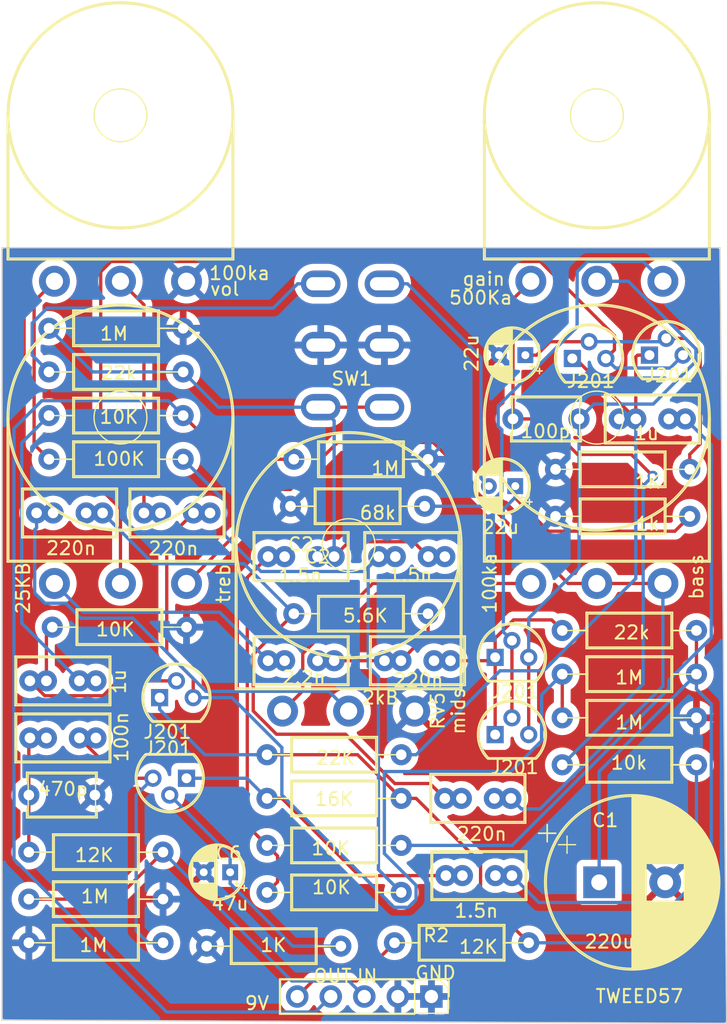
<source format=kicad_pcb>
(kicad_pcb (version 20221018) (generator pcbnew)
  (layers (0 "F.Cu" signal) (31 "B.Cu" signal) (34 "B.Paste" user) (35 "F.Paste" user) (36 "B.SilkS" user "B.Silkscreen") (37 "F.SilkS" user "F.Silkscreen") (38 "B.Mask" user) (39 "F.Mask" user) (44 "Edge.Cuts" user))
  (net 0 "")
  (net 1 "GND")
  (net 2 "VA")
  (net 3 "Net-(C2-Pad2)")
  (net 4 "Net-(C2-Pad1)")
  (net 5 "Net-(C3-Pad1)")
  (net 6 "Net-(C4-Pad1)")
  (net 7 "Net-(C5-Pad2)")
  (net 8 "Net-(C6-Pad1)")
  (net 9 "Net-(C7-Pad2)")
  (net 10 "Net-(C7-Pad1)")
  (net 11 "Net-(C8-Pad2)")
  (net 12 "Net-(C8-Pad1)")
  (net 13 "Net-(C9-Pad2)")
  (net 14 "Net-(C9-Pad1)")
  (net 15 "Net-(C10-Pad2)")
  (net 16 "Net-(C10-Pad1)")
  (net 17 "Net-(C11-Pad2)")
  (net 18 "Net-(C11-Pad1)")
  (net 19 "Net-(C12-Pad2)")
  (net 20 "Net-(C12-Pad1)")
  (net 21 "Net-(C13-Pad2)")
  (net 22 "Net-(C13-Pad1)")
  (net 23 "Net-(C14-Pad2)")
  (net 24 "Net-(C14-Pad1)")
  (net 25 "Net-(C15-Pad2)")
  (net 26 "Net-(C16-Pad1)")
  (net 27 "Net-(C17-Pad1)")
  (net 28 "Net-(Q5-Pad3)")
  (net 29 "IN")
  (net 30 "9v")
  (net 31 "Net-(R7-Pad2)")
  (net 32 "Net-(R11-Pad2)")
  (net 33 "OUT")
  (net 34 "Net-(R23-Pad1)")
  (net 35 "Net-(RV4-Pad3)")
  (footprint "Capacitor_THT:CP_Radial_D13.0mm_P5.00mm" (layer "F.Cu") (at 145.288 98.044)
    (fp_text reference "C1")
    (fp_text value "220u")
  )
  (footprint "Capacitor_THT:C_Rect_L7.0mm_W3.5mm_P2.50mm_P5.00mm" (layer "F.Cu") (at 125.222 73.406 180)
    (fp_text reference "C2")
    (fp_text value "1.5n")
  )
  (footprint "Capacitor_THT:C_Disc_D5.1mm_W3.2mm_P5.00mm" (layer "F.Cu") (at 102.108 91.44)
    (fp_text reference "C3" hide)
    (fp_text value "470p")
  )
  (footprint "Capacitor_THT:C_Rect_L7.0mm_W3.5mm_P2.50mm_P5.00mm" (layer "F.Cu") (at 107.188 87.122 180)
    (fp_text reference "C4" hide)
    (fp_text value "100n")
  )
  (footprint "Capacitor_THT:C_Rect_L7.0mm_W3.5mm_P2.50mm_P5.00mm" (layer "F.Cu") (at 133.604 73.406 180)
    (fp_text reference "C5" hide)
    (fp_text value "1.5n")
  )
  (footprint "Capacitor_THT:CP_Radial_D4.0mm_P2.00mm" (layer "F.Cu") (at 117.348 97.282 180)
    (fp_text reference "C6")
    (fp_text value "47u")
  )
  (footprint "Capacitor_THT:C_Rect_L7.0mm_W3.5mm_P2.50mm_P5.00mm" (layer "F.Cu") (at 138.684 97.536 180)
    (fp_text reference "C7" hide)
    (fp_text value "1.5n")
  )
  (footprint "Capacitor_THT:C_Disc_D5.1mm_W3.2mm_P5.00mm" (layer "F.Cu") (at 143.764 62.992 180)
    (fp_text reference "C8" hide)
    (fp_text value "100p")
  )
  (footprint "Capacitor_THT:C_Rect_L7.0mm_W3.5mm_P2.50mm_P5.00mm" (layer "F.Cu") (at 115.824 70.104 180)
    (fp_text reference "C9" hide)
    (fp_text value "220n")
  )
  (footprint "Capacitor_THT:C_Rect_L7.0mm_W3.5mm_P2.50mm_P5.00mm" (layer "F.Cu") (at 146.812 62.992)
    (fp_text reference "C10" hide)
    (fp_text value "1u")
  )
  (footprint "Capacitor_THT:CP_Radial_D4.0mm_P2.00mm" (layer "F.Cu") (at 138.938 68.072 180)
    (fp_text reference "C11" hide)
    (fp_text value "22u")
  )
  (footprint "Capacitor_THT:C_Rect_L7.0mm_W3.5mm_P2.50mm_P5.00mm" (layer "F.Cu") (at 129.032 81.28)
    (fp_text reference "C12" hide)
    (fp_text value "220n")
  )
  (footprint "Capacitor_THT:C_Rect_L7.0mm_W3.5mm_P2.50mm_P5.00mm" (layer "F.Cu") (at 107.188 82.804 180)
    (fp_text reference "C13" hide)
    (fp_text value "1u")
  )
  (footprint "Capacitor_THT:C_Rect_L7.0mm_W3.5mm_P2.50mm_P5.00mm" (layer "F.Cu") (at 107.696 70.104 180)
    (fp_text reference "C14" hide)
    (fp_text value "220n")
  )
  (footprint "Capacitor_THT:C_Rect_L7.0mm_W3.5mm_P2.50mm_P5.00mm" (layer "F.Cu") (at 133.604 91.694)
    (fp_text reference "C15" hide)
    (fp_text value "220n")
  )
  (footprint "Capacitor_THT:C_Rect_L7.0mm_W3.5mm_P2.50mm_P5.00mm" (layer "F.Cu") (at 120.222 81.28)
    (fp_text reference "C16" hide)
    (fp_text value "2.2n")
  )
  (footprint "Capacitor_THT:CP_Radial_D4.0mm_P2.00mm" (layer "F.Cu") (at 139.7 58.166 180)
    (fp_text reference "C17" hide)
    (fp_text value "22u")
  )
  (footprint "Package_TO_SOT_THT:TO-92" (layer "F.Cu") (at 114.046 90.17 180)
    (fp_text reference "Q1" hide)
    (fp_text value "J201")
  )
  (footprint "Package_TO_SOT_THT:TO-92" (layer "F.Cu") (at 137.414 81.026)
    (fp_text reference "Q2" hide)
    (fp_text value "J201")
  )
  (footprint "Package_TO_SOT_THT:TO-92" (layer "F.Cu") (at 112.014 84.074)
    (fp_text reference "Q3" hide)
    (fp_text value "J201")
  )
  (footprint "Package_TO_SOT_THT:TO-92" (layer "F.Cu") (at 137.414 86.868)
    (fp_text reference "Q4" hide)
    (fp_text value "J201")
  )
  (footprint "Package_TO_SOT_THT:TO-92" (layer "F.Cu") (at 143.256 58.42)
    (fp_text reference "Q5" hide)
    (fp_text value "J201")
  )
  (footprint "Package_TO_SOT_THT:TO-92" (layer "F.Cu") (at 149.098 58.166)
    (fp_text reference "Q6" hide)
    (fp_text value "J201")
  )
  (footprint "Resistor_THT:R_Axial_DIN0207_L6.3mm_D2.5mm_P10.16mm_Horizontal" (layer "F.Cu") (at 102.108 99.314)
    (fp_text reference "R1" hide)
    (fp_text value "1M")
  )
  (footprint "Resistor_THT:R_Axial_DIN0207_L6.3mm_D2.5mm_P10.16mm_Horizontal" (layer "F.Cu") (at 139.954 102.616 180)
    (fp_text reference "R2")
    (fp_text value "12K")
  )
  (footprint "Resistor_THT:R_Axial_DIN0207_L6.3mm_D2.5mm_P10.16mm_Horizontal" (layer "F.Cu") (at 102.108 95.758)
    (fp_text reference "R3" hide)
    (fp_text value "12K")
  )
  (footprint "Resistor_THT:R_Axial_DIN0207_L6.3mm_D2.5mm_P10.16mm_Horizontal" (layer "F.Cu") (at 120.142 98.806)
    (fp_text reference "R4" hide)
    (fp_text value "10K")
  )
  (footprint "Resistor_THT:R_Axial_DIN0207_L6.3mm_D2.5mm_P10.16mm_Horizontal" (layer "F.Cu") (at 103.632 56.134)
    (fp_text reference "R5" hide)
    (fp_text value "1M")
  )
  (footprint "Resistor_THT:R_Axial_DIN0207_L6.3mm_D2.5mm_P10.16mm_Horizontal" (layer "F.Cu") (at 112.268 102.616 180)
    (fp_text reference "R6" hide)
    (fp_text value "1M")
  )
  (footprint "Resistor_THT:R_Axial_DIN0207_L6.3mm_D2.5mm_P10.16mm_Horizontal" (layer "F.Cu") (at 113.792 66.04 180)
    (fp_text reference "R7" hide)
    (fp_text value "100K")
  )
  (footprint "Resistor_THT:R_Axial_DIN0207_L6.3mm_D2.5mm_P10.16mm_Horizontal" (layer "F.Cu") (at 120.142 91.694)
    (fp_text reference "R8" hide)
    (fp_text value "16K")
  )
  (footprint "Resistor_THT:R_Axial_DIN0207_L6.3mm_D2.5mm_P10.16mm_Horizontal" (layer "F.Cu") (at 115.57 102.87)
    (fp_text reference "R9" hide)
    (fp_text value "1K")
  )
  (footprint "Resistor_THT:R_Axial_DIN0207_L6.3mm_D2.5mm_P10.16mm_Horizontal" (layer "F.Cu") (at 142.494 89.154)
    (fp_text reference "R10" hide)
    (fp_text value "10k")
  )
  (footprint "Resistor_THT:R_Axial_DIN0207_L6.3mm_D2.5mm_P10.16mm_Horizontal" (layer "F.Cu") (at 121.92 69.596)
    (fp_text reference "R11" hide)
    (fp_text value "68k")
  )
  (footprint "Resistor_THT:R_Axial_DIN0207_L6.3mm_D2.5mm_P10.16mm_Horizontal" (layer "F.Cu") (at 120.142 95.25)
    (fp_text reference "R12" hide)
    (fp_text value "10K")
  )
  (footprint "Resistor_THT:R_Axial_DIN0207_L6.3mm_D2.5mm_P10.16mm_Horizontal" (layer "F.Cu") (at 152.654 82.296 180)
    (fp_text reference "R13" hide)
    (fp_text value "1M")
  )
  (footprint "Resistor_THT:R_Axial_DIN0207_L6.3mm_D2.5mm_P10.16mm_Horizontal" (layer "F.Cu") (at 142.494 85.598)
    (fp_text reference "R14" hide)
    (fp_text value "1M")
  )
  (footprint "Resistor_THT:R_Axial_DIN0207_L6.3mm_D2.5mm_P10.16mm_Horizontal" (layer "F.Cu") (at 141.986 70.358)
    (fp_text reference "R15" hide)
    (fp_text value "1k")
  )
  (footprint "Resistor_THT:R_Axial_DIN0207_L6.3mm_D2.5mm_P10.16mm_Horizontal" (layer "F.Cu") (at 142.494 78.994)
    (fp_text reference "R16" hide)
    (fp_text value "22k")
  )
  (footprint "Resistor_THT:R_Axial_DIN0207_L6.3mm_D2.5mm_P10.16mm_Horizontal" (layer "F.Cu") (at 103.886 78.74)
    (fp_text reference "R17" hide)
    (fp_text value "10K")
  )
  (footprint "Resistor_THT:R_Axial_DIN0207_L6.3mm_D2.5mm_P10.16mm_Horizontal" (layer "F.Cu") (at 122.174 77.724)
    (fp_text reference "R18" hide)
    (fp_text value "5.6K")
  )
  (footprint "Resistor_THT:R_Axial_DIN0207_L6.3mm_D2.5mm_P10.16mm_Horizontal" (layer "F.Cu") (at 103.632 62.738)
    (fp_text reference "R19" hide)
    (fp_text value "10K")
  )
  (footprint "Resistor_THT:R_Axial_DIN0207_L6.3mm_D2.5mm_P10.16mm_Horizontal" (layer "F.Cu") (at 122.174 66.04)
    (fp_text reference "R20" hide)
    (fp_text value "1M")
  )
  (footprint "Resistor_THT:R_Axial_DIN0207_L6.3mm_D2.5mm_P10.16mm_Horizontal" (layer "F.Cu") (at 141.986 66.802)
    (fp_text reference "R21" hide)
    (fp_text value "1K")
  )
  (footprint "Resistor_THT:R_Axial_DIN0207_L6.3mm_D2.5mm_P10.16mm_Horizontal" (layer "F.Cu") (at 130.302 88.392 180)
    (fp_text reference "R22" hide)
    (fp_text value "22K")
  )
  (footprint "Resistor_THT:R_Axial_DIN0207_L6.3mm_D2.5mm_P10.16mm_Horizontal" (layer "F.Cu") (at 103.632 59.436)
    (fp_text reference "R23" hide)
    (fp_text value "22k")
  )
  (footprint "Potentiometer_THT:Potentiometer_Omeg_PC16BU_Vertical" (layer "F.Cu") (at 114.046 52.578 90)
    (fp_text reference "RV1" hide)
    (fp_text value "100ka")
  )
  (footprint "Potentiometer_THT:Potentiometer_Omeg_PC16BU_Vertical" (layer "F.Cu") (at 150.114 52.578 90)
    (fp_text reference "RV2" hide)
    (fp_text value "500Ka")
  )
  (footprint "Potentiometer_THT:Potentiometer_Omeg_PC16BU_Vertical" (layer "F.Cu") (at 114.046 75.438 90)
    (fp_text reference "RV3" hide)
    (fp_text value "25KB")
  )
  (footprint "Potentiometer_THT:Potentiometer_Omeg_PC16BU_Vertical" (layer "F.Cu") (at 150.114 75.438 90)
    (fp_text reference "RV4" hide)
    (fp_text value "100ka")
  )
  (footprint "pedal_project:SWITCH-M1-DPDT" (layer "F.Cu") (at 126.492 63.754)
    (fp_text reference "SW1")
    (fp_text value "SW_DPDT_x2" hide)
  )
  (footprint "Potentiometer_THT:Potentiometer_Omeg_PC16BU_Vertical" (layer "F.Cu") (at 131.318 85.09 90)
    (fp_text reference "RV5")
    (fp_text value "2kB")
  )
  (footprint "Connector_PinHeader_2.54mm:PinHeader_1x05_P2.54mm_Vertical" (layer "F.Cu") (at 132.588 106.68 -90)
    (fp_text reference "J1" hide)
    (fp_text value "Conn_01x05" hide)
  )
  (gr_line (start 154.94 108.712) (end 154.686 108.712) (stroke (width 0.1)) (layer "Edge.Cuts"))
  (gr_line (start 100.076 50.038) (end 154.178 50.038) (stroke (width 0.1)) (layer "Edge.Cuts"))
  (gr_line (start 154.686 108.712) (end 100.076 108.458) (stroke (width 0.1)) (layer "Edge.Cuts"))
  (gr_line (start 154.178 50.038) (end 154.432 50.038) (stroke (width 0.1)) (layer "Edge.Cuts"))
  (gr_line (start 154.432 50.038) (end 154.94 108.712) (stroke (width 0.1)) (layer "Edge.Cuts"))
  (gr_line (start 100.076 108.458) (end 100.076 50.038) (stroke (width 0.1)) (layer "Edge.Cuts"))
  (gr_text "IN" (at 127.725 105.15) (layer "F.SilkS") (effects (font (size 1 1))))
  (gr_text "bass" (at 152.654 74.93 90) (layer "F.SilkS") (effects (font (size 1 1))))
  (gr_text "vol" (at 116.9416 53.1622) (layer "F.SilkS") (effects (font (size 1 1))))
  (gr_text "GND" (at 132.9 104.9) (layer "F.SilkS") (effects (font (size 1 1))))
  (gr_text "treb\n" (at 116.84 75.438 90) (layer "F.SilkS") (effects (font (size 1 1))))
  (gr_text "OUT" (at 125.1 105.125) (layer "F.SilkS") (effects (font (size 1 1))))
  (gr_text "9V" (at 119.38 107.188) (layer "F.SilkS") (effects (font (size 1 1))))
  (gr_text "mids" (at 134.62 85.09 90) (layer "F.SilkS") (effects (font (size 1 1))))
  (gr_text "gain" (at 136.55 52.4) (layer "F.SilkS") (effects (font (size 1 1))))
  (gr_text "TWEED57" (at 148.336 106.6546) (layer "F.SilkS") (effects (font (size 1 1))))
  (segment (start 113.792 52.832) (end 114.046 52.578) (width 0.25) (layer "F.Cu") (net 1))
  (segment (start 112.268 99.568) (end 112.268 99.314) (width 0.25) (layer "F.Cu") (net 1))
  (segment (start 133.133999 65.240001) (end 133.133999 59.755999) (width 0.25) (layer "B.Cu") (net 1))
  (segment (start 133.133999 59.755999) (end 130.782 57.404) (width 0.25) (layer "B.Cu") (net 1))
  (segment (start 132.334 66.04) (end 133.133999 65.240001) (width 0.25) (layer "B.Cu") (net 1))
  (segment (start 130.782 57.404) (end 129.032 57.404) (width 0.25) (layer "B.Cu") (net 1))
  (segment (start 144.526 98.044) (end 145.288 98.044) (width 0.25) (layer "F.Cu") (net 2))
  (segment (start 152.654 82.296) (end 152.654 81.16463) (width 0.25) (layer "F.Cu") (net 2))
  (segment (start 136.308999 98.970999) (end 136.308999 96.569629) (width 0.25) (layer "F.Cu") (net 2))
  (segment (start 136.308999 96.569629) (end 131.43337 91.694) (width 0.25) (layer "F.Cu") (net 2))
  (segment (start 131.43337 91.694) (end 130.302 91.694) (width 0.25) (layer "F.Cu") (net 2))
  (segment (start 127 88.392) (end 130.302 91.694) (width 0.25) (layer "F.Cu") (net 2))
  (segment (start 139.954 102.616) (end 136.308999 98.970999) (width 0.25) (layer "F.Cu") (net 2))
  (segment (start 152.654 81.16463) (end 152.654 78.994) (width 0.25) (layer "F.Cu") (net 2))
  (segment (start 120.142 88.392) (end 127 88.392) (width 0.25) (layer "F.Cu") (net 2))
  (segment (start 145.288 89.662) (end 152.654 82.296) (width 0.25) (layer "B.Cu") (net 2))
  (segment (start 152.654 83.42737) (end 153.779001 84.552371) (width 0.25) (layer "B.Cu") (net 2))
  (segment (start 148.609412 102.616) (end 141.08537 102.616) (width 0.25) (layer "B.Cu") (net 2))
  (segment (start 141.08537 102.616) (end 139.954 102.616) (width 0.25) (layer "B.Cu") (net 2))
  (segment (start 112.014 84.974) (end 112.014 84.074) (width 0.25) (layer "B.Cu") (net 2))
  (segment (start 115.432 88.392) (end 112.014 84.974) (width 0.25) (layer "B.Cu") (net 2))
  (segment (start 152.654 82.296) (end 152.654 83.42737) (width 0.25) (layer "B.Cu") (net 2))
  (segment (start 145.288 98.044) (end 145.288 89.662) (width 0.25) (layer "B.Cu") (net 2))
  (segment (start 145.542 98.044) (end 145.288 98.044) (width 0.25) (layer "B.Cu") (net 2))
  (segment (start 120.142 88.392) (end 115.432 88.392) (width 0.25) (layer "B.Cu") (net 2))
  (segment (start 153.779001 84.552371) (end 153.779001 97.446411) (width 0.25) (layer "B.Cu") (net 2))
  (segment (start 153.779001 97.446411) (end 148.609412 102.616) (width 0.25) (layer "B.Cu") (net 2))
  (segment (start 118.64699 74.98101) (end 119.422001 74.205999) (width 0.25) (layer "F.Cu") (net 3))
  (segment (start 120.142 98.806) (end 120.941999 98.006001) (width 0.25) (layer "F.Cu") (net 3))
  (segment (start 120.142 95.25) (end 118.64699 93.75499) (width 0.25) (layer "F.Cu") (net 3))
  (segment (start 119.422001 74.205999) (end 120.222 73.406) (width 0.25) (layer "F.Cu") (net 3))
  (segment (start 120.222 73.406) (end 121.472 73.406) (width 0.25) (layer "F.Cu") (net 3))
  (segment (start 120.941999 96.049999) (end 120.142 95.25) (width 0.25) (layer "F.Cu") (net 3))
  (segment (start 118.64699 93.75499) (end 118.64699 74.98101) (width 0.25) (layer "F.Cu") (net 3))
  (segment (start 120.941999 98.006001) (end 120.941999 96.049999) (width 0.25) (layer "F.Cu") (net 3))
  (segment (start 126.347001 72.280999) (end 126.021999 72.606001) (width 0.25) (layer "F.Cu") (net 4))
  (segment (start 126.021999 72.606001) (end 125.222 73.406) (width 0.25) (layer "F.Cu") (net 4))
  (segment (start 132.354 73.406) (end 131.228999 72.280999) (width 0.25) (layer "F.Cu") (net 4))
  (segment (start 123.972 73.406) (end 125.222 73.406) (width 0.25) (layer "F.Cu") (net 4))
  (segment (start 131.228999 72.280999) (end 126.347001 72.280999) (width 0.25) (layer "F.Cu") (net 4))
  (segment (start 124.206 62.103) (end 129.032 62.103) (width 0.25) (layer "F.Cu") (net 4))
  (segment (start 132.354 73.406) (end 133.604 73.406) (width 0.25) (layer "F.Cu") (net 4))
  (segment (start 125.222 63.119) (end 124.206 62.103) (width 0.25) (layer "B.Cu") (net 4))
  (segment (start 125.222 73.406) (end 125.222 63.119) (width 0.25) (layer "B.Cu") (net 4))
  (segment (start 113.792 59.436) (end 106.934 59.436) (width 0.25) (layer "B.Cu") (net 4))
  (segment (start 106.934 59.436) (end 103.632 56.134) (width 0.25) (layer "B.Cu") (net 4))
  (segment (start 116.459 62.103) (end 124.206 62.103) (width 0.25) (layer "B.Cu") (net 4))
  (segment (start 113.792 59.436) (end 116.459 62.103) (width 0.25) (layer "B.Cu") (net 4))
  (segment (start 102.108 95.758) (end 102.108 94.62663) (width 0.25) (layer "F.Cu") (net 5))
  (segment (start 102.108 94.62663) (end 102.108 91.44) (width 0.25) (layer "F.Cu") (net 5))
  (segment (start 102.108 87.202) (end 102.188 87.122) (width 0.25) (layer "F.Cu") (net 5))
  (segment (start 102.188 87.122) (end 103.438 87.122) (width 0.25) (layer "F.Cu") (net 5))
  (segment (start 102.108 91.44) (end 102.108 87.202) (width 0.25) (layer "F.Cu") (net 5))
  (segment (start 106.737999 87.921999) (end 105.938 87.122) (width 0.25) (layer "F.Cu") (net 6))
  (segment (start 111.506 90.17) (end 108.986 90.17) (width 0.25) (layer "F.Cu") (net 6))
  (segment (start 108.986 90.17) (end 106.737999 87.921999) (width 0.25) (layer "F.Cu") (net 6))
  (segment (start 105.938 87.122) (end 107.188 87.122) (width 0.25) (layer "F.Cu") (net 6))
  (segment (start 111.13663 102.616) (end 110.236 101.71537) (width 0.25) (layer "B.Cu") (net 6))
  (segment (start 110.236 101.71537) (end 110.236 91.44) (width 0.25) (layer "B.Cu") (net 6))
  (segment (start 112.268 102.616) (end 111.13663 102.616) (width 0.25) (layer "B.Cu") (net 6))
  (segment (start 110.236 91.44) (end 111.506 90.17) (width 0.25) (layer "B.Cu") (net 6))
  (segment (start 128.604 73.406) (end 129.854 73.406) (width 0.25) (layer "F.Cu") (net 7))
  (segment (start 128.604 73.406) (end 127.478999 74.531001) (width 0.25) (layer "B.Cu") (net 7))
  (segment (start 127.478999 74.531001) (end 119.681999 74.531001) (width 0.25) (layer "B.Cu") (net 7))
  (segment (start 127.804001 81.717003) (end 127.804001 74.205999) (width 0.25) (layer "B.Cu") (net 7))
  (segment (start 128.575001 82.488003) (end 127.804001 81.717003) (width 0.25) (layer "B.Cu") (net 7))
  (segment (start 130.302 98.806) (end 128.575001 97.079001) (width 0.25) (layer "B.Cu") (net 7))
  (segment (start 114.591999 66.839999) (end 113.792 66.04) (width 0.25) (layer "B.Cu") (net 7))
  (segment (start 116.949001 69.197001) (end 114.591999 66.839999) (width 0.25) (layer "B.Cu") (net 7))
  (segment (start 127.804001 74.205999) (end 128.604 73.406) (width 0.25) (layer "B.Cu") (net 7))
  (segment (start 119.681999 74.531001) (end 116.949001 71.798003) (width 0.25) (layer "B.Cu") (net 7))
  (segment (start 128.575001 97.079001) (end 128.575001 82.488003) (width 0.25) (layer "B.Cu") (net 7))
  (segment (start 116.949001 71.798003) (end 116.949001 69.197001) (width 0.25) (layer "B.Cu") (net 7))
  (segment (start 122.086 102.87) (end 124.59863 102.87) (width 0.25) (layer "B.Cu") (net 8))
  (segment (start 117.348 97.282) (end 117.348 96.012) (width 0.25) (layer "B.Cu") (net 8))
  (segment (start 117.348 98.132) (end 122.086 102.87) (width 0.25) (layer "B.Cu") (net 8))
  (segment (start 124.59863 102.87) (end 125.73 102.87) (width 0.25) (layer "B.Cu") (net 8))
  (segment (start 117.348 97.282) (end 117.348 98.132) (width 0.25) (layer "B.Cu") (net 8))
  (segment (start 117.348 96.012) (end 112.776 91.44) (width 0.25) (layer "B.Cu") (net 8))
  (segment (start 120.142 91.694) (end 121.27337 91.694) (width 0.25) (layer "F.Cu") (net 9))
  (segment (start 133.684 97.536) (end 134.934 97.536) (width 0.25) (layer "F.Cu") (net 9))
  (segment (start 127.11537 97.536) (end 132.55263 97.536) (width 0.25) (layer "F.Cu") (net 9))
  (segment (start 132.55263 97.536) (end 133.684 97.536) (width 0.25) (layer "F.Cu") (net 9))
  (segment (start 121.27337 91.694) (end 127.11537 97.536) (width 0.25) (layer "F.Cu") (net 9))
  (segment (start 118.618 90.17) (end 120.142 91.694) (width 0.25) (layer "B.Cu") (net 9))
  (segment (start 114.046 90.17) (end 118.618 90.17) (width 0.25) (layer "B.Cu") (net 9))
  (segment (start 137.434 97.536) (end 138.684 97.536) (width 0.25) (layer "F.Cu") (net 10))
  (segment (start 138.684 97.536) (end 140.717001 99.569001) (width 0.25) (layer "B.Cu") (net 10))
  (segment (start 140.717001 99.569001) (end 151.020001 99.569001) (width 0.25) (layer "B.Cu") (net 10))
  (segment (start 152.654 90.28537) (end 152.654 89.154) (width 0.25) (layer "B.Cu") (net 10))
  (segment (start 152.654 97.935002) (end 152.654 90.28537) (width 0.25) (layer "B.Cu") (net 10))
  (segment (start 151.020001 99.569001) (end 152.654 97.935002) (width 0.25) (layer "B.Cu") (net 10))
  (segment (start 140.97 62.992) (end 138.764 62.992) (width 0.25) (layer "F.Cu") (net 11))
  (segment (start 143.654999 65.676999) (end 140.97 62.992) (width 0.25) (layer "F.Cu") (net 11))
  (segment (start 149.352 67.31) (end 147.718999 65.676999) (width 0.25) (layer "F.Cu") (net 11))
  (segment (start 147.718999 65.676999) (end 143.654999 65.676999) (width 0.25) (layer "F.Cu") (net 11))
  (segment (start 138.764 53.928) (end 140.114 52.578) (width 0.25) (layer "F.Cu") (net 11))
  (segment (start 138.764 62.992) (end 138.764 53.928) (width 0.25) (layer "F.Cu") (net 11))
  (via (at 149.352 67.31) (size 0.8) (drill 0.4) (layers "F.Cu" "B.Cu") (net 11))
  (segment (start 142.494 89.154) (end 148.618999 83.029001) (width 0.25) (layer "B.Cu") (net 11))
  (segment (start 148.952001 67.709999) (end 149.352 67.31) (width 0.25) (layer "B.Cu") (net 11))
  (segment (start 148.618999 83.029001) (end 148.618999 68.043001) (width 0.25) (layer "B.Cu") (net 11))
  (segment (start 148.618999 68.043001) (end 148.952001 67.709999) (width 0.25) (layer "B.Cu") (net 11))
  (segment (start 139.954 86.868) (end 139.954 81.026) (width 0.25) (layer "F.Cu") (net 12))
  (segment (start 146.768629 52.578) (end 145.114 52.578) (width 0.25) (layer "B.Cu") (net 12))
  (segment (start 152.613001 57.697999) (end 147.493002 52.578) (width 0.25) (layer "B.Cu") (net 12))
  (segment (start 144.889001 61.866999) (end 149.380003 61.866999) (width 0.25) (layer "B.Cu") (net 12))
  (segment (start 152.613001 58.634001) (end 152.613001 57.697999) (width 0.25) (layer "B.Cu") (net 12))
  (segment (start 147.493002 52.578) (end 146.768629 52.578) (width 0.25) (layer "B.Cu") (net 12))
  (segment (start 143.764 74.254602) (end 143.764 64.12337) (width 0.25) (layer "B.Cu") (net 12))
  (segment (start 139.954 81.026) (end 139.954 78.064602) (width 0.25) (layer "B.Cu") (net 12))
  (segment (start 139.954 78.064602) (end 143.764 74.254602) (width 0.25) (layer "B.Cu") (net 12))
  (segment (start 143.764 62.992) (end 144.889001 61.866999) (width 0.25) (layer "B.Cu") (net 12))
  (segment (start 149.380003 61.866999) (end 152.613001 58.634001) (width 0.25) (layer "B.Cu") (net 12))
  (segment (start 143.764 64.12337) (end 143.764 62.992) (width 0.25) (layer "B.Cu") (net 12))
  (segment (start 110.824 70.104) (end 112.074 70.104) (width 0.25) (layer "F.Cu") (net 13))
  (segment (start 110.824 54.356) (end 109.046 52.578) (width 0.25) (layer "F.Cu") (net 13))
  (segment (start 110.824 70.104) (end 110.824 54.356) (width 0.25) (layer "F.Cu") (net 13))
  (segment (start 113.774001 70.903999) (end 114.574 70.104) (width 0.25) (layer "F.Cu") (net 14))
  (segment (start 112.550999 72.127001) (end 113.774001 70.903999) (width 0.25) (layer "F.Cu") (net 14))
  (segment (start 112.550999 80.627997) (end 112.550999 72.127001) (width 0.25) (layer "F.Cu") (net 14))
  (segment (start 142.494 84.46663) (end 142.494 82.296) (width 0.25) (layer "F.Cu") (net 14))
  (segment (start 142.494 85.598) (end 142.494 84.46663) (width 0.25) (layer "F.Cu") (net 14))
  (segment (start 114.574 70.104) (end 115.824 70.104) (width 0.25) (layer "F.Cu") (net 14))
  (segment (start 114.554 82.630998) (end 112.550999 80.627997) (width 0.25) (layer "F.Cu") (net 14))
  (segment (start 114.554 84.074) (end 114.554 82.630998) (width 0.25) (layer "F.Cu") (net 14))
  (segment (start 121.267001 91.436003) (end 121.267001 87.851999) (width 0.25) (layer "B.Cu") (net 14))
  (segment (start 129.761999 99.931001) (end 121.267001 91.436003) (width 0.25) (layer "B.Cu") (net 14))
  (segment (start 117.489002 84.074) (end 115.473238 84.074) (width 0.25) (layer "B.Cu") (net 14))
  (segment (start 140.929001 83.860999) (end 140.929001 87.336001) (width 0.25) (layer "B.Cu") (net 14))
  (segment (start 142.494 82.296) (end 140.929001 83.860999) (width 0.25) (layer "B.Cu") (net 14))
  (segment (start 130.842001 99.931001) (end 129.761999 99.931001) (width 0.25) (layer "B.Cu") (net 14))
  (segment (start 140.929001 87.336001) (end 138.603002 89.662) (width 0.25) (layer "B.Cu") (net 14))
  (segment (start 121.267001 87.851999) (end 117.489002 84.074) (width 0.25) (layer "B.Cu") (net 14))
  (segment (start 129.025011 95.864009) (end 131.427001 98.265999) (width 0.25) (layer "B.Cu") (net 14))
  (segment (start 138.603002 89.662) (end 129.025011 89.662) (width 0.25) (layer "B.Cu") (net 14))
  (segment (start 129.025011 89.662) (end 129.025011 95.864009) (width 0.25) (layer "B.Cu") (net 14))
  (segment (start 131.427001 98.265999) (end 131.427001 99.346001) (width 0.25) (layer "B.Cu") (net 14))
  (segment (start 115.473238 84.074) (end 114.554 84.074) (width 0.25) (layer "B.Cu") (net 14))
  (segment (start 131.427001 99.346001) (end 130.842001 99.931001) (width 0.25) (layer "B.Cu") (net 14))
  (segment (start 150.562 62.992) (end 151.812 62.992) (width 0.25) (layer "F.Cu") (net 15))
  (segment (start 150.564009 83.385403) (end 138.699412 95.25) (width 0.25) (layer "B.Cu") (net 15))
  (segment (start 151.812 62.992) (end 153.779001 64.959001) (width 0.25) (layer "B.Cu") (net 15))
  (segment (start 153.779001 79.534001) (end 150.56401 82.748992) (width 0.25) (layer "B.Cu") (net 15))
  (segment (start 138.699412 95.25) (end 137.668 95.25) (width 0.25) (layer "B.Cu") (net 15))
  (segment (start 137.668 95.25) (end 138.063002 95.25) (width 0.25) (layer "B.Cu") (net 15))
  (segment (start 153.779001 64.959001) (end 153.779001 79.534001) (width 0.25) (layer "B.Cu") (net 15))
  (segment (start 130.302 95.25) (end 137.668 95.25) (width 0.25) (layer "B.Cu") (net 15))
  (segment (start 150.56401 82.748992) (end 150.564009 83.385403) (width 0.25) (layer "B.Cu") (net 15))
  (segment (start 148.062 62.992) (end 143.49 58.42) (width 0.25) (layer "F.Cu") (net 16))
  (segment (start 148.062 58.302) (end 148.198 58.166) (width 0.25) (layer "F.Cu") (net 16))
  (segment (start 148.198 58.166) (end 149.098 58.166) (width 0.25) (layer "F.Cu") (net 16))
  (segment (start 148.062 62.992) (end 148.062 58.302) (width 0.25) (layer "F.Cu") (net 16))
  (segment (start 146.812 62.992) (end 148.062 62.992) (width 0.25) (layer "F.Cu") (net 16))
  (segment (start 143.49 58.42) (end 143.256 58.42) (width 0.25) (layer "F.Cu") (net 16))
  (segment (start 131.43337 88.392) (end 137.78337 82.042) (width 0.25) (layer "B.Cu") (net 16))
  (segment (start 141.082998 82.042) (end 148.062 75.062998) (width 0.25) (layer "B.Cu") (net 16))
  (segment (start 148.062 75.062998) (end 148.062 64.12337) (width 0.25) (layer "B.Cu") (net 16))
  (segment (start 130.302 88.392) (end 131.43337 88.392) (width 0.25) (layer "B.Cu") (net 16))
  (segment (start 137.78337 82.042) (end 141.082998 82.042) (width 0.25) (layer "B.Cu") (net 16))
  (segment (start 148.062 64.12337) (end 148.062 62.992) (width 0.25) (layer "B.Cu") (net 16))
  (segment (start 136.338001 67.472001) (end 136.338001 58.324501) (width 0.25) (layer "B.Cu") (net 17))
  (segment (start 136.938 68.072) (end 136.338001 67.472001) (width 0.25) (layer "B.Cu") (net 17))
  (segment (start 130.782 52.7685) (end 129.032 52.7685) (width 0.25) (layer "B.Cu") (net 17))
  (segment (start 136.338001 58.324501) (end 130.782 52.7685) (width 0.25) (layer "B.Cu") (net 17))
  (segment (start 152.146 70.358) (end 151.020999 71.483001) (width 0.25) (layer "F.Cu") (net 18))
  (segment (start 138.684 85.598) (end 138.684 79.756) (width 0.25) (layer "F.Cu") (net 18))
  (segment (start 138.938 68.975002) (end 138.938 68.922) (width 0.25) (layer "F.Cu") (net 18))
  (segment (start 141.445999 71.483001) (end 138.938 68.975002) (width 0.25) (layer "F.Cu") (net 18))
  (segment (start 138.938 68.922) (end 138.938 68.072) (width 0.25) (layer "F.Cu") (net 18))
  (segment (start 151.020999 71.483001) (end 141.445999 71.483001) (width 0.25) (layer "F.Cu") (net 18))
  (segment (start 138.938 68.922) (end 138.938 68.072) (width 0.25) (layer "B.Cu") (net 18))
  (segment (start 138.034001 69.825999) (end 138.938 68.922) (width 0.25) (layer "B.Cu") (net 18))
  (segment (start 138.684 79.756) (end 138.034001 79.106001) (width 0.25) (layer "B.Cu") (net 18))
  (segment (start 138.034001 79.106001) (end 138.034001 69.825999) (width 0.25) (layer "B.Cu") (net 18))
  (segment (start 137.414 85.968) (end 137.414 81.026) (width 0.25) (layer "F.Cu") (net 19))
  (segment (start 134.032 81.28) (end 137.16 81.28) (width 0.25) (layer "F.Cu") (net 19))
  (segment (start 137.414 79.582998) (end 138.802997 78.194001) (width 0.25) (layer "F.Cu") (net 19))
  (segment (start 141.694001 78.194001) (end 142.494 78.994) (width 0.25) (layer "F.Cu") (net 19))
  (segment (start 138.802997 78.194001) (end 141.694001 78.194001) (width 0.25) (layer "F.Cu") (net 19))
  (segment (start 137.414 81.026) (end 137.414 79.582998) (width 0.25) (layer "F.Cu") (net 19))
  (segment (start 137.414 86.868) (end 137.414 85.968) (width 0.25) (layer "F.Cu") (net 19))
  (segment (start 132.782 81.28) (end 134.032 81.28) (width 0.25) (layer "F.Cu") (net 19))
  (segment (start 137.16 81.28) (end 137.414 81.026) (width 0.25) (layer "F.Cu") (net 19))
  (segment (start 132.334 79.228) (end 132.334 77.724) (width 0.25) (layer "F.Cu") (net 20))
  (segment (start 130.282 81.28) (end 129.032 81.28) (width 0.25) (layer "F.Cu") (net 20))
  (segment (start 125.222 81.28) (end 129.032 81.28) (width 0.25) (layer "F.Cu") (net 20))
  (segment (start 130.282 81.28) (end 132.334 79.228) (width 0.25) (layer "F.Cu") (net 20))
  (segment (start 123.972 81.28) (end 125.222 81.28) (width 0.25) (layer "F.Cu") (net 20))
  (segment (start 103.752 78.74) (end 103.886 78.74) (width 0.25) (layer "F.Cu") (net 21))
  (segment (start 102.188 82.804) (end 103.438 82.804) (width 0.25) (layer "F.Cu") (net 21))
  (segment (start 107.728001 83.929001) (end 103.313001 83.929001) (width 0.25) (layer "F.Cu") (net 21))
  (segment (start 103.438 78.426) (end 103.752 78.74) (width 0.25) (layer "F.Cu") (net 21))
  (segment (start 103.438 82.804) (end 103.438 78.426) (width 0.25) (layer "F.Cu") (net 21))
  (segment (start 102.987999 83.603999) (end 102.188 82.804) (width 0.25) (layer "F.Cu") (net 21))
  (segment (start 103.313001 83.929001) (end 102.987999 83.603999) (width 0.25) (layer "F.Cu") (net 21))
  (segment (start 108.853002 82.804) (end 107.728001 83.929001) (width 0.25) (layer "F.Cu") (net 21))
  (segment (start 113.284 82.804) (end 108.853002 82.804) (width 0.25) (layer "F.Cu") (net 21))
  (segment (start 105.938 82.804) (end 101.570999 78.436999) (width 0.25) (layer "B.Cu") (net 22))
  (segment (start 101.570999 78.436999) (end 101.570999 64.799001) (width 0.25) (layer "B.Cu") (net 22))
  (segment (start 102.832001 63.537999) (end 103.632 62.738) (width 0.25) (layer "B.Cu") (net 22))
  (segment (start 107.188 82.804) (end 105.938 82.804) (width 0.25) (layer "B.Cu") (net 22))
  (segment (start 101.570999 64.799001) (end 102.832001 63.537999) (width 0.25) (layer "B.Cu") (net 22))
  (segment (start 102.696 70.104) (end 103.946 70.104) (width 0.25) (layer "F.Cu") (net 23))
  (segment (start 103.328399 76.933001) (end 102.550999 76.155601) (width 0.25) (layer "B.Cu") (net 23))
  (segment (start 126.318 85.09) (end 124.822999 83.594999) (width 0.25) (layer "B.Cu") (net 23))
  (segment (start 104.904591 76.933001) (end 103.328399 76.933001) (width 0.25) (layer "B.Cu") (net 23))
  (segment (start 102.550999 71.380371) (end 102.696 71.23537) (width 0.25) (layer "B.Cu") (net 23))
  (segment (start 102.550999 76.155601) (end 102.550999 71.380371) (width 0.25) (layer "B.Cu") (net 23))
  (segment (start 102.696 71.23537) (end 102.696 70.104) (width 0.25) (layer "B.Cu") (net 23))
  (segment (start 115.518001 83.594999) (end 109.988011 78.065009) (width 0.25) (layer "B.Cu") (net 23))
  (segment (start 106.036598 78.065008) (end 104.904591 76.933001) (width 0.25) (layer "B.Cu") (net 23))
  (segment (start 109.988011 78.065009) (end 106.036598 78.065008) (width 0.25) (layer "B.Cu") (net 23))
  (segment (start 124.822999 83.594999) (end 115.518001 83.594999) (width 0.25) (layer "B.Cu") (net 23))
  (segment (start 119.096999 84.573601) (end 119.096999 84.552999) (width 0.25) (layer "F.Cu") (net 24))
  (segment (start 120.854399 86.839001) (end 119.096999 85.081601) (width 0.25) (layer "F.Cu") (net 24))
  (segment (start 132.478999 90.568999) (end 129.813409 90.568999) (width 0.25) (layer "F.Cu") (net 24))
  (segment (start 129.813409 90.568999) (end 126.083411 86.839001) (width 0.25) (layer "F.Cu") (net 24))
  (segment (start 133.604 91.694) (end 132.478999 90.568999) (width 0.25) (layer "F.Cu") (net 24))
  (segment (start 119.096999 85.081601) (end 119.096999 84.552999) (width 0.25) (layer "F.Cu") (net 24))
  (segment (start 106.446 70.104) (end 107.696 70.104) (width 0.25) (layer "F.Cu") (net 24))
  (segment (start 121.374001 78.523999) (end 122.174 77.724) (width 0.25) (layer "F.Cu") (net 24))
  (segment (start 134.854 91.694) (end 133.604 91.694) (width 0.25) (layer "F.Cu") (net 24))
  (segment (start 119.096999 84.552999) (end 119.096999 80.801001) (width 0.25) (layer "F.Cu") (net 24))
  (segment (start 126.083411 86.839001) (end 120.854399 86.839001) (width 0.25) (layer "F.Cu") (net 24))
  (segment (start 119.096999 80.801001) (end 121.374001 78.523999) (width 0.25) (layer "F.Cu") (net 24))
  (segment (start 108.495999 70.903999) (end 107.696 70.104) (width 0.25) (layer "B.Cu") (net 24))
  (segment (start 122.174 77.724) (end 118.392999 73.942999) (width 0.25) (layer "B.Cu") (net 24))
  (segment (start 111.534999 73.942999) (end 108.495999 70.903999) (width 0.25) (layer "B.Cu") (net 24))
  (segment (start 118.392999 73.942999) (end 111.534999 73.942999) (width 0.25) (layer "B.Cu") (net 24))
  (segment (start 135.382 67.885002) (end 142.934998 75.438) (width 0.25) (layer "F.Cu") (net 25))
  (segment (start 143.459371 75.438) (end 145.114 75.438) (width 0.25) (layer "F.Cu") (net 25))
  (segment (start 137.354 91.694) (end 138.604 91.694) (width 0.25) (layer "F.Cu") (net 25))
  (segment (start 121.92 68.326) (end 125.476 64.77) (width 0.25) (layer "F.Cu") (net 25))
  (segment (start 125.476 64.77) (end 132.729002 64.77) (width 0.25) (layer "F.Cu") (net 25))
  (segment (start 121.158 68.326) (end 121.92 68.326) (width 0.25) (layer "F.Cu") (net 25))
  (segment (start 135.382 67.422998) (end 135.382 67.885002) (width 0.25) (layer "F.Cu") (net 25))
  (segment (start 132.729002 64.77) (end 135.382 67.422998) (width 0.25) (layer "F.Cu") (net 25))
  (segment (start 145.114 75.438) (end 150.114 75.438) (width 0.25) (layer "F.Cu") (net 25))
  (segment (start 114.046 75.438) (end 121.158 68.326) (width 0.25) (layer "F.Cu") (net 25))
  (segment (start 142.934998 75.438) (end 143.459371 75.438) (width 0.25) (layer "F.Cu") (net 25))
  (segment (start 140.819003 92.493999) (end 150.114 83.199002) (width 0.25) (layer "B.Cu") (net 25))
  (segment (start 139.403999 92.493999) (end 140.819003 92.493999) (width 0.25) (layer "B.Cu") (net 25))
  (segment (start 150.114 77.092629) (end 150.114 75.438) (width 0.25) (layer "B.Cu") (net 25))
  (segment (start 150.114 83.199002) (end 150.114 77.092629) (width 0.25) (layer "B.Cu") (net 25))
  (segment (start 138.604 91.694) (end 139.403999 92.493999) (width 0.25) (layer "B.Cu") (net 25))
  (segment (start 120.222 81.28) (end 121.472 81.28) (width 0.25) (layer "F.Cu") (net 26))
  (segment (start 105.215999 76.607999) (end 104.046 75.438) (width 0.25) (layer "B.Cu") (net 26))
  (segment (start 116.556999 77.614999) (end 106.222999 77.614999) (width 0.25) (layer "B.Cu") (net 26))
  (segment (start 120.222 81.28) (end 116.556999 77.614999) (width 0.25) (layer "B.Cu") (net 26))
  (segment (start 106.222999 77.614999) (end 105.215999 76.607999) (width 0.25) (layer "B.Cu") (net 26))
  (segment (start 140.55 58.166) (end 141.566 57.15) (width 0.25) (layer "F.Cu") (net 27))
  (segment (start 152.146 65.67063) (end 152.937001 64.879629) (width 0.25) (layer "F.Cu") (net 27))
  (segment (start 143.606762 57.15) (end 144.526 57.15) (width 0.25) (layer "F.Cu") (net 27))
  (segment (start 151.811002 56.896) (end 151.287238 56.896) (width 0.25) (layer "F.Cu") (net 27))
  (segment (start 152.146 66.802) (end 152.146 65.67063) (width 0.25) (layer "F.Cu") (net 27))
  (segment (start 152.937001 64.879629) (end 152.937001 58.021999) (width 0.25) (layer "F.Cu") (net 27))
  (segment (start 152.937001 58.021999) (end 151.811002 56.896) (width 0.25) (layer "F.Cu") (net 27))
  (segment (start 141.566 57.15) (end 143.606762 57.15) (width 0.25) (layer "F.Cu") (net 27))
  (segment (start 139.7 58.166) (end 140.55 58.166) (width 0.25) (layer "F.Cu") (net 27))
  (segment (start 151.287238 56.896) (end 150.368 56.896) (width 0.25) (layer "F.Cu") (net 27))
  (segment (start 150.114 57.15) (end 150.368 56.896) (width 0.25) (layer "F.Cu") (net 27))
  (segment (start 150.114 57.15) (end 150.368 56.896) (width 0.25) (layer "B.Cu") (net 27))
  (segment (start 144.526 57.15) (end 150.114 57.15) (width 0.25) (layer "B.Cu") (net 27))
  (segment (start 146.445999 57.770001) (end 146.445999 56.697397) (width 0.25) (layer "F.Cu") (net 28))
  (segment (start 107.550999 68.293997) (end 109.046 69.788998) (width 0.25) (layer "F.Cu") (net 28))
  (segment (start 146.445999 56.697397) (end 140.831601 51.082999) (width 0.25) (layer "F.Cu") (net 28))
  (segment (start 109.046 73.783371) (end 109.046 75.438) (width 0.25) (layer "F.Cu") (net 28))
  (segment (start 109.046 69.788998) (end 109.046 73.783371) (width 0.25) (layer "F.Cu") (net 28))
  (segment (start 107.550999 51.860399) (end 107.550999 68.293997) (width 0.25) (layer "F.Cu") (net 28))
  (segment (start 145.796 58.42) (end 146.445999 57.770001) (width 0.25) (layer "F.Cu") (net 28))
  (segment (start 140.831601 51.082999) (end 108.328399 51.082999) (width 0.25) (layer "F.Cu") (net 28))
  (segment (start 108.328399 51.082999) (end 107.550999 51.860399) (width 0.25) (layer "F.Cu") (net 28))
  (segment (start 146.445999 59.069999) (end 145.796 58.42) (width 0.25) (layer "B.Cu") (net 28))
  (segment (start 146.517001 59.141001) (end 146.445999 59.069999) (width 0.25) (layer "B.Cu") (net 28))
  (segment (start 150.662999 59.141001) (end 146.517001 59.141001) (width 0.25) (layer "B.Cu") (net 28))
  (segment (start 151.638 58.166) (end 150.662999 59.141001) (width 0.25) (layer "B.Cu") (net 28))
  (segment (start 102.108 99.314) (end 108.712 99.314) (width 0.25) (layer "F.Cu") (net 29))
  (segment (start 108.712 99.314) (end 112.268 95.758) (width 0.25) (layer "F.Cu") (net 29))
  (segment (start 127.508 106.68) (end 126.332999 105.504999) (width 0.25) (layer "B.Cu") (net 29))
  (segment (start 122.014999 105.504999) (end 113.067999 96.557999) (width 0.25) (layer "B.Cu") (net 29))
  (segment (start 113.067999 96.557999) (end 112.268 95.758) (width 0.25) (layer "B.Cu") (net 29))
  (segment (start 126.332999 105.504999) (end 122.014999 105.504999) (width 0.25) (layer "B.Cu") (net 29))
  (segment (start 126.905001 105.504999) (end 128.994001 103.415999) (width 0.25) (layer "F.Cu") (net 30))
  (segment (start 128.994001 103.415999) (end 129.794 102.616) (width 0.25) (layer "F.Cu") (net 30))
  (segment (start 122.428 106.68) (end 123.603001 105.504999) (width 0.25) (layer "F.Cu") (net 30))
  (segment (start 123.603001 105.504999) (end 126.905001 105.504999) (width 0.25) (layer "F.Cu") (net 30))
  (segment (start 102.876001 53.747999) (end 104.046 52.578) (width 0.25) (layer "F.Cu") (net 31))
  (segment (start 102.506999 64.914999) (end 102.506999 54.117001) (width 0.25) (layer "F.Cu") (net 31))
  (segment (start 103.632 66.04) (end 102.506999 64.914999) (width 0.25) (layer "F.Cu") (net 31))
  (segment (start 102.506999 54.117001) (end 102.876001 53.747999) (width 0.25) (layer "F.Cu") (net 31))
  (segment (start 143.618999 56.032003) (end 143.618999 51.860399) (width 0.25) (layer "B.Cu") (net 32))
  (segment (start 137.922 68.457002) (end 137.922 63.815002) (width 0.25) (layer "B.Cu") (net 32))
  (segment (start 137.922 63.815002) (end 137.638999 63.532001) (width 0.25) (layer "B.Cu") (net 32))
  (segment (start 144.396399 51.082999) (end 148.618999 51.082999) (width 0.25) (layer "B.Cu") (net 32))
  (segment (start 136.783002 69.596) (end 137.922 68.457002) (width 0.25) (layer "B.Cu") (net 32))
  (segment (start 137.638999 62.012003) (end 143.618999 56.032003) (width 0.25) (layer "B.Cu") (net 32))
  (segment (start 148.944001 51.408001) (end 150.114 52.578) (width 0.25) (layer "B.Cu") (net 32))
  (segment (start 137.638999 63.532001) (end 137.638999 62.012003) (width 0.25) (layer "B.Cu") (net 32))
  (segment (start 132.08 69.596) (end 136.783002 69.596) (width 0.25) (layer "B.Cu") (net 32))
  (segment (start 143.618999 51.860399) (end 144.396399 51.082999) (width 0.25) (layer "B.Cu") (net 32))
  (segment (start 148.618999 51.082999) (end 148.944001 51.408001) (width 0.25) (layer "B.Cu") (net 32))
  (segment (start 117.094 66.04) (end 113.792 62.738) (width 0.25) (layer "F.Cu") (net 33))
  (segment (start 122.174 66.04) (end 117.094 66.04) (width 0.25) (layer "F.Cu") (net 33))
  (segment (start 112.539999 107.855001) (end 123.792999 107.855001) (width 0.25) (layer "B.Cu") (net 33))
  (segment (start 103.091999 61.612999) (end 100.982999 63.721999) (width 0.25) (layer "B.Cu") (net 33))
  (segment (start 100.982999 96.298001) (end 112.539999 107.855001) (width 0.25) (layer "B.Cu") (net 33))
  (segment (start 123.792999 107.855001) (end 124.118001 107.529999) (width 0.25) (layer "B.Cu") (net 33))
  (segment (start 112.666999 61.612999) (end 103.091999 61.612999) (width 0.25) (layer "B.Cu") (net 33))
  (segment (start 100.982999 63.721999) (end 100.982999 96.298001) (width 0.25) (layer "B.Cu") (net 33))
  (segment (start 113.792 62.738) (end 112.666999 61.612999) (width 0.25) (layer "B.Cu") (net 33))
  (segment (start 124.118001 107.529999) (end 124.968 106.68) (width 0.25) (layer "B.Cu") (net 33))
  (segment (start 122.456 52.7685) (end 120.6145 54.61) (width 0.25) (layer "B.Cu") (net 34))
  (segment (start 120.6145 54.61) (end 103.490998 54.61) (width 0.25) (layer "B.Cu") (net 34))
  (segment (start 103.490998 54.61) (end 102.362 55.738998) (width 0.25) (layer "B.Cu") (net 34))
  (segment (start 124.206 52.7685) (end 122.456 52.7685) (width 0.25) (layer "B.Cu") (net 34))
  (segment (start 102.362 58.166) (end 103.632 59.436) (width 0.25) (layer "B.Cu") (net 34))
  (segment (start 102.362 55.738998) (end 102.362 58.166) (width 0.25) (layer "B.Cu") (net 34))
  (segment (start 138.459371 75.438) (end 140.114 75.438) (width 0.25) (layer "F.Cu") (net 35))
  (segment (start 122.846999 80.739999) (end 128.148998 75.438) (width 0.25) (layer "F.Cu") (net 35))
  (segment (start 121.318 85.09) (end 122.846999 83.561001) (width 0.25) (layer "F.Cu") (net 35))
  (segment (start 128.148998 75.438) (end 138.459371 75.438) (width 0.25) (layer "F.Cu") (net 35))
  (segment (start 122.846999 83.561001) (end 122.846999 80.739999) (width 0.25) (layer "F.Cu") (net 35))
  (segment (start 121.318 85.09) (end 121.412 85.09) (width 0.25) (layer "B.Cu") (net 35))
  (zone (net 1) (net_name "GND") (layer "F.Cu") (connect_pads (clearance 0.508)) (min_thickness 0.254) (fill yes (thermal_gap 0.508) (thermal_bridge_width 0.508))
    (polygon (pts (xy 154.94 108.712) (xy 100.076 108.458) (xy 100.076 50.038) (xy 154.432 50.038)))
  )
  (zone (net 1) (net_name "GND") (layer "B.Cu") (connect_pads (clearance 0.508)) (min_thickness 0.254) (fill yes (thermal_gap 0.508) (thermal_bridge_width 0.508))
    (polygon (pts (xy 154.94 108.712) (xy 100.076 108.458) (xy 100.076 50.038) (xy 154.432 50.038)))
  )
)
</source>
